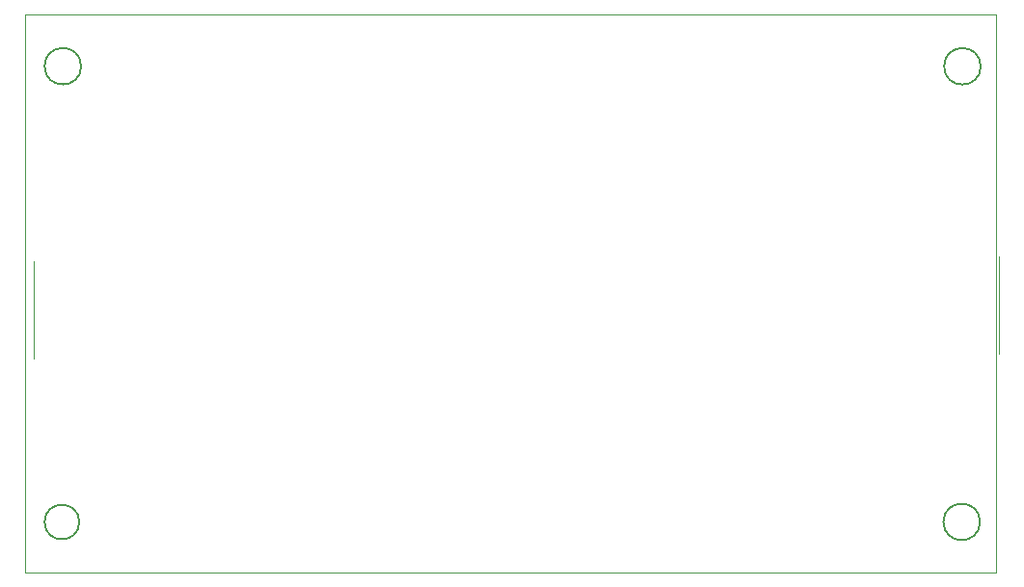
<source format=gbr>
%TF.GenerationSoftware,KiCad,Pcbnew,8.0.0*%
%TF.CreationDate,2024-03-23T17:17:28+01:00*%
%TF.ProjectId,Filter,46696c74-6572-42e6-9b69-6361645f7063,rev?*%
%TF.SameCoordinates,Original*%
%TF.FileFunction,Glue,Top*%
%TF.FilePolarity,Positive*%
%FSLAX45Y45*%
G04 Gerber Fmt 4.5, Leading zero omitted, Abs format (unit mm)*
G04 Created by KiCad (PCBNEW 8.0.0) date 2024-03-23 17:17:28*
%MOMM*%
%LPD*%
G01*
G04 APERTURE LIST*
%TA.AperFunction,Profile*%
%ADD10C,0.100000*%
%TD*%
%TA.AperFunction,Profile*%
%ADD11C,0.200000*%
%TD*%
G04 APERTURE END LIST*
D10*
X11642500Y-6173000D02*
X20173000Y-6173000D01*
X20173000Y-11077000D01*
X11642500Y-11077000D01*
X11642500Y-6173000D01*
D11*
X12135351Y-6630000D02*
G75*
G02*
X11814649Y-6630000I-160351J0D01*
G01*
X11814649Y-6630000D02*
G75*
G02*
X12135351Y-6630000I160351J0D01*
G01*
X20028351Y-10633000D02*
G75*
G02*
X19707649Y-10633000I-160351J0D01*
G01*
X19707649Y-10633000D02*
G75*
G02*
X20028351Y-10633000I160351J0D01*
G01*
X20034351Y-6631000D02*
G75*
G02*
X19713649Y-6631000I-160351J0D01*
G01*
X19713649Y-6631000D02*
G75*
G02*
X20034351Y-6631000I160351J0D01*
G01*
X12119000Y-10634000D02*
G75*
G02*
X11815000Y-10634000I-152000J0D01*
G01*
X11815000Y-10634000D02*
G75*
G02*
X12119000Y-10634000I152000J0D01*
G01*
D10*
%TO.C,J1*%
X11718000Y-8340000D02*
X11718000Y-9200000D01*
%TO.C,J4*%
X20195000Y-9157000D02*
X20195000Y-8297000D01*
%TD*%
M02*

</source>
